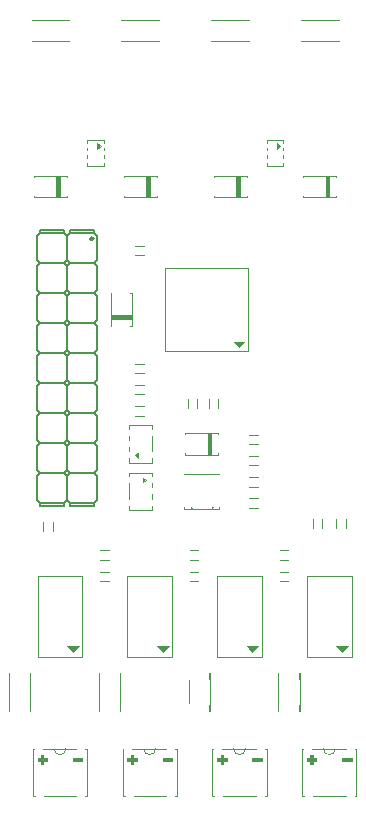
<source format=gbo>
G04 #@! TF.GenerationSoftware,KiCad,Pcbnew,(5.1.9)-1*
G04 #@! TF.CreationDate,2023-02-03T00:57:47+01:00*
G04 #@! TF.ProjectId,Base,42617365-2e6b-4696-9361-645f70636258,rev?*
G04 #@! TF.SameCoordinates,Original*
G04 #@! TF.FileFunction,Legend,Bot*
G04 #@! TF.FilePolarity,Positive*
%FSLAX46Y46*%
G04 Gerber Fmt 4.6, Leading zero omitted, Abs format (unit mm)*
G04 Created by KiCad (PCBNEW (5.1.9)-1) date 2023-02-03 00:57:47*
%MOMM*%
%LPD*%
G01*
G04 APERTURE LIST*
%ADD10C,0.100000*%
%ADD11C,0.120000*%
%ADD12C,0.060000*%
%ADD13C,0.080000*%
%ADD14C,0.150000*%
%ADD15C,0.260000*%
%ADD16C,0.050000*%
%ADD17R,0.800000X2.200000*%
%ADD18R,1.000000X0.700000*%
%ADD19R,1.200000X0.550000*%
%ADD20C,1.600000*%
%ADD21C,0.600000*%
%ADD22C,2.000000*%
%ADD23C,2.200000*%
%ADD24R,1.200000X1.700000*%
%ADD25R,1.700000X1.200000*%
%ADD26R,0.700000X1.000000*%
%ADD27R,1.200000X1.600000*%
%ADD28R,1.300000X0.250000*%
%ADD29R,0.250000X1.300000*%
%ADD30C,2.100000*%
%ADD31C,2.500000*%
%ADD32R,0.900000X0.350000*%
%ADD33R,1.300000X2.800000*%
%ADD34R,0.800000X1.800000*%
%ADD35C,1.500000*%
%ADD36R,1.600000X1.200000*%
G04 APERTURE END LIST*
D10*
G36*
X35200000Y-80500000D02*
G01*
X35700000Y-81000000D01*
X36200000Y-80500000D01*
X35200000Y-80500000D01*
G37*
X35200000Y-80500000D02*
X35700000Y-81000000D01*
X36200000Y-80500000D01*
X35200000Y-80500000D01*
D11*
X32700000Y-81400000D02*
X32700000Y-74600000D01*
X36500000Y-74600000D02*
X32700000Y-74600000D01*
X36500000Y-81400000D02*
X36500000Y-74600000D01*
X36500000Y-81400000D02*
X32700000Y-81400000D01*
D12*
X18000000Y-70900000D02*
X18800000Y-70900000D01*
X18800000Y-71200000D02*
X18000000Y-71200000D01*
X18800000Y-71150000D02*
X18000000Y-71150000D01*
X18000000Y-70950000D02*
X18800000Y-70950000D01*
X18000000Y-71000000D02*
X18800000Y-71000000D01*
X18800000Y-71050000D02*
X18000000Y-71050000D01*
X18000000Y-71100000D02*
X18800000Y-71100000D01*
X18000000Y-69800000D02*
X18800000Y-69800000D01*
X18800000Y-69750000D02*
X18000000Y-69750000D01*
X18000000Y-69700000D02*
X18800000Y-69700000D01*
X18000000Y-69650000D02*
X18800000Y-69650000D01*
X18800000Y-69850000D02*
X18000000Y-69850000D01*
X18800000Y-70900000D02*
X18000000Y-70900000D01*
X18800000Y-69900000D02*
X18000000Y-69900000D01*
X18000000Y-71200000D02*
X18000000Y-69600000D01*
X18000000Y-69600000D02*
X18800000Y-69600000D01*
X18800000Y-69600000D02*
X18800000Y-71200000D01*
X18800000Y-71200000D02*
X18000000Y-71200000D01*
D10*
G36*
X26400000Y-66650000D02*
G01*
X26650000Y-66447500D01*
X26400000Y-66250000D01*
X26400000Y-66650000D01*
G37*
X26400000Y-66650000D02*
X26650000Y-66447500D01*
X26400000Y-66250000D01*
X26400000Y-66650000D01*
D13*
X25311000Y-65812500D02*
X25247500Y-65812500D01*
X27152500Y-65812500D02*
X25311000Y-65812500D01*
X27152500Y-68987500D02*
X27152500Y-65812500D01*
X25247500Y-68987500D02*
X27152500Y-68987500D01*
X25247500Y-65812500D02*
X25247500Y-68987500D01*
D14*
X19746000Y-65890000D02*
X20000000Y-66144000D01*
X17714000Y-68430000D02*
X19746000Y-68430000D01*
X17714000Y-55730000D02*
X19746000Y-55730000D01*
X19746000Y-45570000D02*
X17714000Y-45570000D01*
X20000000Y-50396000D02*
X19746000Y-50650000D01*
X19746000Y-50650000D02*
X17714000Y-50650000D01*
X17460000Y-52936000D02*
X17460000Y-50904000D01*
X20000000Y-58016000D02*
X19746000Y-58270000D01*
X17460000Y-66144000D02*
X17714000Y-65890000D01*
X19746000Y-53190000D02*
X20000000Y-53444000D01*
X20000000Y-68176000D02*
X19746000Y-68430000D01*
X19746000Y-68684000D02*
X17714000Y-68684000D01*
X17714000Y-45316000D02*
X17714000Y-45570000D01*
X17460000Y-68176000D02*
X17460000Y-66144000D01*
X19746000Y-50650000D02*
X20000000Y-50904000D01*
X17460000Y-47856000D02*
X17714000Y-48110000D01*
X17714000Y-58270000D02*
X17460000Y-58016000D01*
X19746000Y-45570000D02*
X19746000Y-45316000D01*
X19746000Y-48110000D02*
X20000000Y-48364000D01*
X17714000Y-68430000D02*
X17460000Y-68176000D01*
X19746000Y-45316000D02*
X17714000Y-45316000D01*
X17714000Y-48110000D02*
X19746000Y-48110000D01*
X17460000Y-55476000D02*
X17460000Y-53444000D01*
X17460000Y-45824000D02*
X17460000Y-47856000D01*
X17460000Y-50904000D02*
X17714000Y-50650000D01*
X17714000Y-50650000D02*
X17460000Y-50396000D01*
X17714000Y-65890000D02*
X19746000Y-65890000D01*
X19746000Y-68430000D02*
X19746000Y-68684000D01*
X17460000Y-50396000D02*
X17460000Y-48364000D01*
X17714000Y-53190000D02*
X19746000Y-53190000D01*
X19746000Y-55730000D02*
X20000000Y-55984000D01*
X20000000Y-45824000D02*
X19746000Y-45570000D01*
X17460000Y-48364000D02*
X17714000Y-48110000D01*
X17714000Y-53190000D02*
X17460000Y-52936000D01*
X20000000Y-55476000D02*
X19746000Y-55730000D01*
X17460000Y-55984000D02*
X17714000Y-55730000D01*
X20000000Y-47856000D02*
X19746000Y-48110000D01*
X17714000Y-55730000D02*
X17460000Y-55476000D01*
X17460000Y-58016000D02*
X17460000Y-55984000D01*
X17714000Y-58270000D02*
X19746000Y-58270000D01*
X20000000Y-65636000D02*
X19746000Y-65890000D01*
X17714000Y-45570000D02*
X17460000Y-45824000D01*
X20000000Y-52936000D02*
X19746000Y-53190000D01*
X17460000Y-53444000D02*
X17714000Y-53190000D01*
X17714000Y-65890000D02*
X17460000Y-65636000D01*
X17714000Y-68684000D02*
X17714000Y-68430000D01*
X17460000Y-65636000D02*
X17460000Y-63604000D01*
X17714000Y-60810000D02*
X19746000Y-60810000D01*
X17460000Y-58524000D02*
X17714000Y-58270000D01*
X17714000Y-60810000D02*
X17460000Y-60556000D01*
X17714000Y-63350000D02*
X19746000Y-63350000D01*
X20000000Y-60556000D02*
X19746000Y-60810000D01*
X20000000Y-63096000D02*
X19746000Y-63350000D01*
X19746000Y-63350000D02*
X20000000Y-63604000D01*
X17460000Y-60556000D02*
X17460000Y-58524000D01*
X19746000Y-58270000D02*
X20000000Y-58524000D01*
X17460000Y-61064000D02*
X17714000Y-60810000D01*
X17460000Y-63096000D02*
X17460000Y-61064000D01*
X17714000Y-63350000D02*
X17460000Y-63096000D01*
X19746000Y-60810000D02*
X20000000Y-61064000D01*
X17460000Y-63604000D02*
X17714000Y-63350000D01*
D15*
X22222500Y-46014500D02*
G75*
G03*
X22222500Y-46014500I-127000J0D01*
G01*
D14*
X22286000Y-65890000D02*
X22540000Y-66144000D01*
X20000000Y-66144000D02*
X20254000Y-65890000D01*
X22540000Y-68176000D02*
X22286000Y-68430000D01*
X20254000Y-65890000D02*
X20000000Y-65636000D01*
X22540000Y-65636000D02*
X22286000Y-65890000D01*
X20254000Y-68684000D02*
X20254000Y-68430000D01*
X20254000Y-68430000D02*
X22286000Y-68430000D01*
X22286000Y-68684000D02*
X20254000Y-68684000D01*
X22540000Y-66144000D02*
X22540000Y-68176000D01*
X20254000Y-68430000D02*
X20000000Y-68176000D01*
X20254000Y-65890000D02*
X22286000Y-65890000D01*
X22286000Y-68430000D02*
X22286000Y-68684000D01*
X20000000Y-68176000D02*
X20000000Y-66144000D01*
X22540000Y-45824000D02*
X22286000Y-45570000D01*
X22540000Y-47856000D02*
X22286000Y-48110000D01*
X22540000Y-45824000D02*
X22540000Y-47856000D01*
X22286000Y-45570000D02*
X20254000Y-45570000D01*
X20000000Y-45824000D02*
X20000000Y-47856000D01*
X20254000Y-45570000D02*
X20000000Y-45824000D01*
X20254000Y-48110000D02*
X22286000Y-48110000D01*
X20000000Y-47856000D02*
X20254000Y-48110000D01*
X20000000Y-48364000D02*
X20254000Y-48110000D01*
X20000000Y-50396000D02*
X20000000Y-48364000D01*
X22540000Y-48364000D02*
X22540000Y-50396000D01*
X22286000Y-48110000D02*
X22540000Y-48364000D01*
X20254000Y-45316000D02*
X20254000Y-45570000D01*
X22286000Y-45316000D02*
X20254000Y-45316000D01*
X22286000Y-45570000D02*
X22286000Y-45316000D01*
X22540000Y-50396000D02*
X22286000Y-50650000D01*
X20254000Y-50650000D02*
X20000000Y-50396000D01*
X22286000Y-50650000D02*
X20254000Y-50650000D01*
X20254000Y-53190000D02*
X22286000Y-53190000D01*
X20000000Y-50904000D02*
X20254000Y-50650000D01*
X20000000Y-52936000D02*
X20000000Y-50904000D01*
X20254000Y-53190000D02*
X20000000Y-52936000D01*
X22540000Y-52936000D02*
X22286000Y-53190000D01*
X22540000Y-50904000D02*
X22540000Y-52936000D01*
X22286000Y-50650000D02*
X22540000Y-50904000D01*
X20254000Y-55730000D02*
X22286000Y-55730000D01*
X20000000Y-53444000D02*
X20254000Y-53190000D01*
X20000000Y-55476000D02*
X20000000Y-53444000D01*
X20254000Y-55730000D02*
X20000000Y-55476000D01*
X22540000Y-55476000D02*
X22286000Y-55730000D01*
X22540000Y-53444000D02*
X22540000Y-55476000D01*
X22286000Y-53190000D02*
X22540000Y-53444000D01*
X20254000Y-58270000D02*
X22286000Y-58270000D01*
X20000000Y-55984000D02*
X20254000Y-55730000D01*
X20000000Y-58016000D02*
X20000000Y-55984000D01*
X20254000Y-58270000D02*
X20000000Y-58016000D01*
X22540000Y-58016000D02*
X22286000Y-58270000D01*
X22540000Y-55984000D02*
X22540000Y-58016000D01*
X22286000Y-55730000D02*
X22540000Y-55984000D01*
X20254000Y-60810000D02*
X22286000Y-60810000D01*
X20000000Y-58524000D02*
X20254000Y-58270000D01*
X20000000Y-60556000D02*
X20000000Y-58524000D01*
X20254000Y-60810000D02*
X20000000Y-60556000D01*
X22540000Y-60556000D02*
X22286000Y-60810000D01*
X22540000Y-58524000D02*
X22540000Y-60556000D01*
X22286000Y-58270000D02*
X22540000Y-58524000D01*
X20254000Y-63350000D02*
X22286000Y-63350000D01*
X20000000Y-61064000D02*
X20254000Y-60810000D01*
X20000000Y-63096000D02*
X20000000Y-61064000D01*
X20254000Y-63350000D02*
X20000000Y-63096000D01*
X22540000Y-63096000D02*
X22286000Y-63350000D01*
X22540000Y-61064000D02*
X22540000Y-63096000D01*
X22286000Y-60810000D02*
X22540000Y-61064000D01*
X20000000Y-63604000D02*
X20254000Y-63350000D01*
X20000000Y-65636000D02*
X20000000Y-63604000D01*
X22540000Y-63604000D02*
X22540000Y-65636000D01*
X22286000Y-63350000D02*
X22540000Y-63604000D01*
D13*
G36*
X17000000Y-29300000D02*
G01*
X17500000Y-29300000D01*
X17500000Y-27500000D01*
X17000000Y-27500000D01*
X17000000Y-29300000D01*
G37*
X17000000Y-29300000D02*
X17500000Y-29300000D01*
X17500000Y-27500000D01*
X17000000Y-27500000D01*
X17000000Y-29300000D01*
X17500000Y-29300000D02*
X17500000Y-27500000D01*
G36*
X19700000Y-29300000D02*
G01*
X20200000Y-29300000D01*
X20200000Y-27500000D01*
X19700000Y-27500000D01*
X19700000Y-29300000D01*
G37*
X19700000Y-29300000D02*
X20200000Y-29300000D01*
X20200000Y-27500000D01*
X19700000Y-27500000D01*
X19700000Y-29300000D01*
X17000000Y-29300000D02*
X17000000Y-27500000D01*
X20200000Y-29300000D02*
X20200000Y-27500000D01*
X20200000Y-27500000D02*
X17000000Y-27500000D01*
X20200000Y-29300000D02*
X17000000Y-29300000D01*
G36*
X24600000Y-29300000D02*
G01*
X25100000Y-29300000D01*
X25100000Y-27500000D01*
X24600000Y-27500000D01*
X24600000Y-29300000D01*
G37*
X24600000Y-29300000D02*
X25100000Y-29300000D01*
X25100000Y-27500000D01*
X24600000Y-27500000D01*
X24600000Y-29300000D01*
X25100000Y-29300000D02*
X25100000Y-27500000D01*
G36*
X27300000Y-29300000D02*
G01*
X27800000Y-29300000D01*
X27800000Y-27500000D01*
X27300000Y-27500000D01*
X27300000Y-29300000D01*
G37*
X27300000Y-29300000D02*
X27800000Y-29300000D01*
X27800000Y-27500000D01*
X27300000Y-27500000D01*
X27300000Y-29300000D01*
X24600000Y-29300000D02*
X24600000Y-27500000D01*
X27800000Y-29300000D02*
X27800000Y-27500000D01*
X27800000Y-27500000D02*
X24600000Y-27500000D01*
X27800000Y-29300000D02*
X24600000Y-29300000D01*
G36*
X32200000Y-29300000D02*
G01*
X32700000Y-29300000D01*
X32700000Y-27500000D01*
X32200000Y-27500000D01*
X32200000Y-29300000D01*
G37*
X32200000Y-29300000D02*
X32700000Y-29300000D01*
X32700000Y-27500000D01*
X32200000Y-27500000D01*
X32200000Y-29300000D01*
X32700000Y-29300000D02*
X32700000Y-27500000D01*
G36*
X34900000Y-29300000D02*
G01*
X35400000Y-29300000D01*
X35400000Y-27500000D01*
X34900000Y-27500000D01*
X34900000Y-29300000D01*
G37*
X34900000Y-29300000D02*
X35400000Y-29300000D01*
X35400000Y-27500000D01*
X34900000Y-27500000D01*
X34900000Y-29300000D01*
X32200000Y-29300000D02*
X32200000Y-27500000D01*
X35400000Y-29300000D02*
X35400000Y-27500000D01*
X35400000Y-27500000D02*
X32200000Y-27500000D01*
X35400000Y-29300000D02*
X32200000Y-29300000D01*
G36*
X39800000Y-29300000D02*
G01*
X40300000Y-29300000D01*
X40300000Y-27500000D01*
X39800000Y-27500000D01*
X39800000Y-29300000D01*
G37*
X39800000Y-29300000D02*
X40300000Y-29300000D01*
X40300000Y-27500000D01*
X39800000Y-27500000D01*
X39800000Y-29300000D01*
X40300000Y-29300000D02*
X40300000Y-27500000D01*
G36*
X42500000Y-29300000D02*
G01*
X43000000Y-29300000D01*
X43000000Y-27500000D01*
X42500000Y-27500000D01*
X42500000Y-29300000D01*
G37*
X42500000Y-29300000D02*
X43000000Y-29300000D01*
X43000000Y-27500000D01*
X42500000Y-27500000D01*
X42500000Y-29300000D01*
X39800000Y-29300000D02*
X39800000Y-27500000D01*
X43000000Y-29300000D02*
X43000000Y-27500000D01*
X43000000Y-27500000D02*
X39800000Y-27500000D01*
X43000000Y-29300000D02*
X39800000Y-29300000D01*
G36*
X16900000Y-86000000D02*
G01*
X16900000Y-85500000D01*
X15100000Y-85500000D01*
X15100000Y-86000000D01*
X16900000Y-86000000D01*
G37*
X16900000Y-86000000D02*
X16900000Y-85500000D01*
X15100000Y-85500000D01*
X15100000Y-86000000D01*
X16900000Y-86000000D01*
X16900000Y-85500000D02*
X15100000Y-85500000D01*
G36*
X16900000Y-83300000D02*
G01*
X16900000Y-82800000D01*
X15100000Y-82800000D01*
X15100000Y-83300000D01*
X16900000Y-83300000D01*
G37*
X16900000Y-83300000D02*
X16900000Y-82800000D01*
X15100000Y-82800000D01*
X15100000Y-83300000D01*
X16900000Y-83300000D01*
X16900000Y-86000000D02*
X15100000Y-86000000D01*
X16900000Y-82800000D02*
X15100000Y-82800000D01*
X15100000Y-82800000D02*
X15100000Y-86000000D01*
X16900000Y-82800000D02*
X16900000Y-86000000D01*
G36*
X24500000Y-86000000D02*
G01*
X24500000Y-85500000D01*
X22700000Y-85500000D01*
X22700000Y-86000000D01*
X24500000Y-86000000D01*
G37*
X24500000Y-86000000D02*
X24500000Y-85500000D01*
X22700000Y-85500000D01*
X22700000Y-86000000D01*
X24500000Y-86000000D01*
X24500000Y-85500000D02*
X22700000Y-85500000D01*
G36*
X24500000Y-83300000D02*
G01*
X24500000Y-82800000D01*
X22700000Y-82800000D01*
X22700000Y-83300000D01*
X24500000Y-83300000D01*
G37*
X24500000Y-83300000D02*
X24500000Y-82800000D01*
X22700000Y-82800000D01*
X22700000Y-83300000D01*
X24500000Y-83300000D01*
X24500000Y-86000000D02*
X22700000Y-86000000D01*
X24500000Y-82800000D02*
X22700000Y-82800000D01*
X22700000Y-82800000D02*
X22700000Y-86000000D01*
X24500000Y-82800000D02*
X24500000Y-86000000D01*
G36*
X32100000Y-86000000D02*
G01*
X32100000Y-85500000D01*
X30300000Y-85500000D01*
X30300000Y-86000000D01*
X32100000Y-86000000D01*
G37*
X32100000Y-86000000D02*
X32100000Y-85500000D01*
X30300000Y-85500000D01*
X30300000Y-86000000D01*
X32100000Y-86000000D01*
X32100000Y-85500000D02*
X30300000Y-85500000D01*
G36*
X32100000Y-83300000D02*
G01*
X32100000Y-82800000D01*
X30300000Y-82800000D01*
X30300000Y-83300000D01*
X32100000Y-83300000D01*
G37*
X32100000Y-83300000D02*
X32100000Y-82800000D01*
X30300000Y-82800000D01*
X30300000Y-83300000D01*
X32100000Y-83300000D01*
X32100000Y-86000000D02*
X30300000Y-86000000D01*
X32100000Y-82800000D02*
X30300000Y-82800000D01*
X30300000Y-82800000D02*
X30300000Y-86000000D01*
X32100000Y-82800000D02*
X32100000Y-86000000D01*
G36*
X39700000Y-86000000D02*
G01*
X39700000Y-85500000D01*
X37900000Y-85500000D01*
X37900000Y-86000000D01*
X39700000Y-86000000D01*
G37*
X39700000Y-86000000D02*
X39700000Y-85500000D01*
X37900000Y-85500000D01*
X37900000Y-86000000D01*
X39700000Y-86000000D01*
X39700000Y-85500000D02*
X37900000Y-85500000D01*
G36*
X39700000Y-83300000D02*
G01*
X39700000Y-82800000D01*
X37900000Y-82800000D01*
X37900000Y-83300000D01*
X39700000Y-83300000D01*
G37*
X39700000Y-83300000D02*
X39700000Y-82800000D01*
X37900000Y-82800000D01*
X37900000Y-83300000D01*
X39700000Y-83300000D01*
X39700000Y-86000000D02*
X37900000Y-86000000D01*
X39700000Y-82800000D02*
X37900000Y-82800000D01*
X37900000Y-82800000D02*
X37900000Y-86000000D01*
X39700000Y-82800000D02*
X39700000Y-86000000D01*
D12*
X22700000Y-72400000D02*
X22700000Y-73200000D01*
X22400000Y-73200000D02*
X22400000Y-72400000D01*
X22450000Y-73200000D02*
X22450000Y-72400000D01*
X22650000Y-72400000D02*
X22650000Y-73200000D01*
X22600000Y-72400000D02*
X22600000Y-73200000D01*
X22550000Y-73200000D02*
X22550000Y-72400000D01*
X22500000Y-72400000D02*
X22500000Y-73200000D01*
X23800000Y-72400000D02*
X23800000Y-73200000D01*
X23850000Y-73200000D02*
X23850000Y-72400000D01*
X23900000Y-72400000D02*
X23900000Y-73200000D01*
X23950000Y-72400000D02*
X23950000Y-73200000D01*
X23750000Y-73200000D02*
X23750000Y-72400000D01*
X22700000Y-73200000D02*
X22700000Y-72400000D01*
X23700000Y-73200000D02*
X23700000Y-72400000D01*
X22400000Y-72400000D02*
X24000000Y-72400000D01*
X24000000Y-72400000D02*
X24000000Y-73200000D01*
X24000000Y-73200000D02*
X22400000Y-73200000D01*
X22400000Y-73200000D02*
X22400000Y-72400000D01*
X30300000Y-72400000D02*
X30300000Y-73200000D01*
X30000000Y-73200000D02*
X30000000Y-72400000D01*
X30050000Y-73200000D02*
X30050000Y-72400000D01*
X30250000Y-72400000D02*
X30250000Y-73200000D01*
X30200000Y-72400000D02*
X30200000Y-73200000D01*
X30150000Y-73200000D02*
X30150000Y-72400000D01*
X30100000Y-72400000D02*
X30100000Y-73200000D01*
X31400000Y-72400000D02*
X31400000Y-73200000D01*
X31450000Y-73200000D02*
X31450000Y-72400000D01*
X31500000Y-72400000D02*
X31500000Y-73200000D01*
X31550000Y-72400000D02*
X31550000Y-73200000D01*
X31350000Y-73200000D02*
X31350000Y-72400000D01*
X30300000Y-73200000D02*
X30300000Y-72400000D01*
X31300000Y-73200000D02*
X31300000Y-72400000D01*
X30000000Y-72400000D02*
X31600000Y-72400000D01*
X31600000Y-72400000D02*
X31600000Y-73200000D01*
X31600000Y-73200000D02*
X30000000Y-73200000D01*
X30000000Y-73200000D02*
X30000000Y-72400000D01*
X37900000Y-72400000D02*
X37900000Y-73200000D01*
X37600000Y-73200000D02*
X37600000Y-72400000D01*
X37650000Y-73200000D02*
X37650000Y-72400000D01*
X37850000Y-72400000D02*
X37850000Y-73200000D01*
X37800000Y-72400000D02*
X37800000Y-73200000D01*
X37750000Y-73200000D02*
X37750000Y-72400000D01*
X37700000Y-72400000D02*
X37700000Y-73200000D01*
X39000000Y-72400000D02*
X39000000Y-73200000D01*
X39050000Y-73200000D02*
X39050000Y-72400000D01*
X39100000Y-72400000D02*
X39100000Y-73200000D01*
X39150000Y-72400000D02*
X39150000Y-73200000D01*
X38950000Y-73200000D02*
X38950000Y-72400000D01*
X37900000Y-73200000D02*
X37900000Y-72400000D01*
X38900000Y-73200000D02*
X38900000Y-72400000D01*
X37600000Y-72400000D02*
X39200000Y-72400000D01*
X39200000Y-72400000D02*
X39200000Y-73200000D01*
X39200000Y-73200000D02*
X37600000Y-73200000D01*
X37600000Y-73200000D02*
X37600000Y-72400000D01*
X40800000Y-70700000D02*
X41600000Y-70700000D01*
X41600000Y-71000000D02*
X40800000Y-71000000D01*
X41600000Y-70950000D02*
X40800000Y-70950000D01*
X40800000Y-70750000D02*
X41600000Y-70750000D01*
X40800000Y-70800000D02*
X41600000Y-70800000D01*
X41600000Y-70850000D02*
X40800000Y-70850000D01*
X40800000Y-70900000D02*
X41600000Y-70900000D01*
X40800000Y-69600000D02*
X41600000Y-69600000D01*
X41600000Y-69550000D02*
X40800000Y-69550000D01*
X40800000Y-69500000D02*
X41600000Y-69500000D01*
X40800000Y-69450000D02*
X41600000Y-69450000D01*
X41600000Y-69650000D02*
X40800000Y-69650000D01*
X41600000Y-70700000D02*
X40800000Y-70700000D01*
X41600000Y-69700000D02*
X40800000Y-69700000D01*
X40800000Y-71000000D02*
X40800000Y-69400000D01*
X40800000Y-69400000D02*
X41600000Y-69400000D01*
X41600000Y-69400000D02*
X41600000Y-71000000D01*
X41600000Y-71000000D02*
X40800000Y-71000000D01*
X32000000Y-60500000D02*
X32800000Y-60500000D01*
X32800000Y-60800000D02*
X32000000Y-60800000D01*
X32800000Y-60750000D02*
X32000000Y-60750000D01*
X32000000Y-60550000D02*
X32800000Y-60550000D01*
X32000000Y-60600000D02*
X32800000Y-60600000D01*
X32800000Y-60650000D02*
X32000000Y-60650000D01*
X32000000Y-60700000D02*
X32800000Y-60700000D01*
X32000000Y-59400000D02*
X32800000Y-59400000D01*
X32800000Y-59350000D02*
X32000000Y-59350000D01*
X32000000Y-59300000D02*
X32800000Y-59300000D01*
X32000000Y-59250000D02*
X32800000Y-59250000D01*
X32800000Y-59450000D02*
X32000000Y-59450000D01*
X32800000Y-60500000D02*
X32000000Y-60500000D01*
X32800000Y-59500000D02*
X32000000Y-59500000D01*
X32000000Y-60800000D02*
X32000000Y-59200000D01*
X32000000Y-59200000D02*
X32800000Y-59200000D01*
X32800000Y-59200000D02*
X32800000Y-60800000D01*
X32800000Y-60800000D02*
X32000000Y-60800000D01*
D10*
G36*
X19400000Y-40700000D02*
G01*
X19400000Y-42500000D01*
X19100000Y-42500000D01*
X19100000Y-40700000D01*
X19400000Y-40700000D01*
G37*
X19400000Y-40700000D02*
X19400000Y-42500000D01*
X19100000Y-42500000D01*
X19100000Y-40700000D01*
X19400000Y-40700000D01*
X20000000Y-40700000D02*
X17200000Y-40700000D01*
X20000000Y-42500000D02*
X20000000Y-40700000D01*
X17200000Y-42500000D02*
X20000000Y-42500000D01*
X17200000Y-40700000D02*
X17200000Y-42500000D01*
G36*
X27000000Y-40700000D02*
G01*
X27000000Y-42500000D01*
X26700000Y-42500000D01*
X26700000Y-40700000D01*
X27000000Y-40700000D01*
G37*
X27000000Y-40700000D02*
X27000000Y-42500000D01*
X26700000Y-42500000D01*
X26700000Y-40700000D01*
X27000000Y-40700000D01*
X27600000Y-40700000D02*
X24800000Y-40700000D01*
X27600000Y-42500000D02*
X27600000Y-40700000D01*
X24800000Y-42500000D02*
X27600000Y-42500000D01*
X24800000Y-40700000D02*
X24800000Y-42500000D01*
G36*
X34600000Y-40700000D02*
G01*
X34600000Y-42500000D01*
X34300000Y-42500000D01*
X34300000Y-40700000D01*
X34600000Y-40700000D01*
G37*
X34600000Y-40700000D02*
X34600000Y-42500000D01*
X34300000Y-42500000D01*
X34300000Y-40700000D01*
X34600000Y-40700000D01*
X35200000Y-40700000D02*
X32400000Y-40700000D01*
X35200000Y-42500000D02*
X35200000Y-40700000D01*
X32400000Y-42500000D02*
X35200000Y-42500000D01*
X32400000Y-40700000D02*
X32400000Y-42500000D01*
G36*
X42200000Y-40700000D02*
G01*
X42200000Y-42500000D01*
X41900000Y-42500000D01*
X41900000Y-40700000D01*
X42200000Y-40700000D01*
G37*
X42200000Y-40700000D02*
X42200000Y-42500000D01*
X41900000Y-42500000D01*
X41900000Y-40700000D01*
X42200000Y-40700000D01*
X42800000Y-40700000D02*
X40000000Y-40700000D01*
X42800000Y-42500000D02*
X42800000Y-40700000D01*
X40000000Y-42500000D02*
X42800000Y-42500000D01*
X40000000Y-40700000D02*
X40000000Y-42500000D01*
G36*
X20000000Y-80500000D02*
G01*
X20500000Y-81000000D01*
X21000000Y-80500000D01*
X20000000Y-80500000D01*
G37*
X20000000Y-80500000D02*
X20500000Y-81000000D01*
X21000000Y-80500000D01*
X20000000Y-80500000D01*
D11*
X17500000Y-81400000D02*
X17500000Y-74600000D01*
X21300000Y-74600000D02*
X17500000Y-74600000D01*
X21300000Y-81400000D02*
X21300000Y-74600000D01*
X21300000Y-81400000D02*
X17500000Y-81400000D01*
D10*
G36*
X27600000Y-80500000D02*
G01*
X28100000Y-81000000D01*
X28600000Y-80500000D01*
X27600000Y-80500000D01*
G37*
X27600000Y-80500000D02*
X28100000Y-81000000D01*
X28600000Y-80500000D01*
X27600000Y-80500000D01*
D11*
X25100000Y-81400000D02*
X25100000Y-74600000D01*
X28900000Y-74600000D02*
X25100000Y-74600000D01*
X28900000Y-81400000D02*
X28900000Y-74600000D01*
X28900000Y-81400000D02*
X25100000Y-81400000D01*
D10*
G36*
X42800000Y-80500000D02*
G01*
X43300000Y-81000000D01*
X43800000Y-80500000D01*
X42800000Y-80500000D01*
G37*
X42800000Y-80500000D02*
X43300000Y-81000000D01*
X43800000Y-80500000D01*
X42800000Y-80500000D01*
D11*
X40300000Y-81400000D02*
X40300000Y-74600000D01*
X44100000Y-74600000D02*
X40300000Y-74600000D01*
X44100000Y-81400000D02*
X44100000Y-74600000D01*
X44100000Y-81400000D02*
X40300000Y-81400000D01*
X28300000Y-48500000D02*
X35300000Y-48500000D01*
X35300000Y-48500000D02*
X35300000Y-55500000D01*
X35300000Y-55500000D02*
X28300000Y-55500000D01*
X28300000Y-55500000D02*
X28300000Y-48500000D01*
D10*
G36*
X34150000Y-54800000D02*
G01*
X34550000Y-55200000D01*
X34950000Y-54800000D01*
X34150000Y-54800000D01*
G37*
X34150000Y-54800000D02*
X34550000Y-55200000D01*
X34950000Y-54800000D01*
X34150000Y-54800000D01*
G36*
X26000000Y-64150000D02*
G01*
X25750000Y-64352500D01*
X26000000Y-64550000D01*
X26000000Y-64150000D01*
G37*
X26000000Y-64150000D02*
X25750000Y-64352500D01*
X26000000Y-64550000D01*
X26000000Y-64150000D01*
D13*
X27089000Y-64987500D02*
X27152500Y-64987500D01*
X25247500Y-64987500D02*
X27089000Y-64987500D01*
X25247500Y-61812500D02*
X25247500Y-64987500D01*
X27152500Y-61812500D02*
X25247500Y-61812500D01*
X27152500Y-64987500D02*
X27152500Y-61812500D01*
D12*
X23700000Y-75000000D02*
X22700000Y-75000000D01*
X22700000Y-74200000D02*
X23700000Y-74200000D01*
G36*
X22700000Y-74200000D02*
G01*
X22400000Y-74200000D01*
X22400000Y-75000000D01*
X22700000Y-75000000D01*
X22700000Y-74200000D01*
G37*
X22700000Y-74200000D02*
X22400000Y-74200000D01*
X22400000Y-75000000D01*
X22700000Y-75000000D01*
X22700000Y-74200000D01*
G36*
X24000000Y-74200000D02*
G01*
X23700000Y-74200000D01*
X23700000Y-75000000D01*
X24000000Y-75000000D01*
X24000000Y-74200000D01*
G37*
X24000000Y-74200000D02*
X23700000Y-74200000D01*
X23700000Y-75000000D01*
X24000000Y-75000000D01*
X24000000Y-74200000D01*
X31300000Y-75000000D02*
X30300000Y-75000000D01*
X30300000Y-74200000D02*
X31300000Y-74200000D01*
G36*
X30300000Y-74200000D02*
G01*
X30000000Y-74200000D01*
X30000000Y-75000000D01*
X30300000Y-75000000D01*
X30300000Y-74200000D01*
G37*
X30300000Y-74200000D02*
X30000000Y-74200000D01*
X30000000Y-75000000D01*
X30300000Y-75000000D01*
X30300000Y-74200000D01*
G36*
X31600000Y-74200000D02*
G01*
X31300000Y-74200000D01*
X31300000Y-75000000D01*
X31600000Y-75000000D01*
X31600000Y-74200000D01*
G37*
X31600000Y-74200000D02*
X31300000Y-74200000D01*
X31300000Y-75000000D01*
X31600000Y-75000000D01*
X31600000Y-74200000D01*
X38900000Y-75000000D02*
X37900000Y-75000000D01*
X37900000Y-74200000D02*
X38900000Y-74200000D01*
G36*
X37900000Y-74200000D02*
G01*
X37600000Y-74200000D01*
X37600000Y-75000000D01*
X37900000Y-75000000D01*
X37900000Y-74200000D01*
G37*
X37900000Y-74200000D02*
X37600000Y-74200000D01*
X37600000Y-75000000D01*
X37900000Y-75000000D01*
X37900000Y-74200000D01*
G36*
X39200000Y-74200000D02*
G01*
X38900000Y-74200000D01*
X38900000Y-75000000D01*
X39200000Y-75000000D01*
X39200000Y-74200000D01*
G37*
X39200000Y-74200000D02*
X38900000Y-74200000D01*
X38900000Y-75000000D01*
X39200000Y-75000000D01*
X39200000Y-74200000D01*
X43600000Y-69700000D02*
X43600000Y-70700000D01*
X42800000Y-70700000D02*
X42800000Y-69700000D01*
G36*
X42800000Y-70700000D02*
G01*
X42800000Y-71000000D01*
X43600000Y-71000000D01*
X43600000Y-70700000D01*
X42800000Y-70700000D01*
G37*
X42800000Y-70700000D02*
X42800000Y-71000000D01*
X43600000Y-71000000D01*
X43600000Y-70700000D01*
X42800000Y-70700000D01*
G36*
X42800000Y-69400000D02*
G01*
X42800000Y-69700000D01*
X43600000Y-69700000D01*
X43600000Y-69400000D01*
X42800000Y-69400000D01*
G37*
X42800000Y-69400000D02*
X42800000Y-69700000D01*
X43600000Y-69700000D01*
X43600000Y-69400000D01*
X42800000Y-69400000D01*
D16*
G36*
X22550000Y-38400000D02*
G01*
X22850000Y-38150000D01*
X22550000Y-37900000D01*
X22550000Y-38400000D01*
G37*
X22550000Y-38400000D02*
X22850000Y-38150000D01*
X22550000Y-37900000D01*
X22550000Y-38400000D01*
D13*
X21700000Y-39900000D02*
X23100000Y-39900000D01*
X21700000Y-37700000D02*
X21700000Y-39900000D01*
X23100000Y-37700000D02*
X21700000Y-37700000D01*
X23100000Y-39900000D02*
X23100000Y-37700000D01*
D16*
G36*
X37750000Y-38400000D02*
G01*
X38050000Y-38150000D01*
X37750000Y-37900000D01*
X37750000Y-38400000D01*
G37*
X37750000Y-38400000D02*
X38050000Y-38150000D01*
X37750000Y-37900000D01*
X37750000Y-38400000D01*
D13*
X36900000Y-39900000D02*
X38300000Y-39900000D01*
X36900000Y-37700000D02*
X36900000Y-39900000D01*
X38300000Y-37700000D02*
X36900000Y-37700000D01*
X38300000Y-39900000D02*
X38300000Y-37700000D01*
D12*
X31000000Y-59500000D02*
X30200000Y-59500000D01*
X30200000Y-59200000D02*
X31000000Y-59200000D01*
X30200000Y-59250000D02*
X31000000Y-59250000D01*
X31000000Y-59450000D02*
X30200000Y-59450000D01*
X31000000Y-59400000D02*
X30200000Y-59400000D01*
X30200000Y-59350000D02*
X31000000Y-59350000D01*
X31000000Y-59300000D02*
X30200000Y-59300000D01*
X31000000Y-60600000D02*
X30200000Y-60600000D01*
X30200000Y-60650000D02*
X31000000Y-60650000D01*
X31000000Y-60700000D02*
X30200000Y-60700000D01*
X31000000Y-60750000D02*
X30200000Y-60750000D01*
X30200000Y-60550000D02*
X31000000Y-60550000D01*
X30200000Y-59500000D02*
X31000000Y-59500000D01*
X30200000Y-60500000D02*
X31000000Y-60500000D01*
X31000000Y-59200000D02*
X31000000Y-60800000D01*
X31000000Y-60800000D02*
X30200000Y-60800000D01*
X30200000Y-60800000D02*
X30200000Y-59200000D01*
X30200000Y-59200000D02*
X31000000Y-59200000D01*
X25700000Y-58400000D02*
X25700000Y-59200000D01*
X25400000Y-59200000D02*
X25400000Y-58400000D01*
X25450000Y-59200000D02*
X25450000Y-58400000D01*
X25650000Y-58400000D02*
X25650000Y-59200000D01*
X25600000Y-58400000D02*
X25600000Y-59200000D01*
X25550000Y-59200000D02*
X25550000Y-58400000D01*
X25500000Y-58400000D02*
X25500000Y-59200000D01*
X26800000Y-58400000D02*
X26800000Y-59200000D01*
X26850000Y-59200000D02*
X26850000Y-58400000D01*
X26900000Y-58400000D02*
X26900000Y-59200000D01*
X26950000Y-58400000D02*
X26950000Y-59200000D01*
X26750000Y-59200000D02*
X26750000Y-58400000D01*
X25700000Y-59200000D02*
X25700000Y-58400000D01*
X26700000Y-59200000D02*
X26700000Y-58400000D01*
X25400000Y-58400000D02*
X27000000Y-58400000D01*
X27000000Y-58400000D02*
X27000000Y-59200000D01*
X27000000Y-59200000D02*
X25400000Y-59200000D01*
X25400000Y-59200000D02*
X25400000Y-58400000D01*
X26700000Y-57400000D02*
X26700000Y-56600000D01*
X27000000Y-56600000D02*
X27000000Y-57400000D01*
X26950000Y-56600000D02*
X26950000Y-57400000D01*
X26750000Y-57400000D02*
X26750000Y-56600000D01*
X26800000Y-57400000D02*
X26800000Y-56600000D01*
X26850000Y-56600000D02*
X26850000Y-57400000D01*
X26900000Y-57400000D02*
X26900000Y-56600000D01*
X25600000Y-57400000D02*
X25600000Y-56600000D01*
X25550000Y-56600000D02*
X25550000Y-57400000D01*
X25500000Y-57400000D02*
X25500000Y-56600000D01*
X25450000Y-57400000D02*
X25450000Y-56600000D01*
X25650000Y-56600000D02*
X25650000Y-57400000D01*
X26700000Y-56600000D02*
X26700000Y-57400000D01*
X25700000Y-56600000D02*
X25700000Y-57400000D01*
X27000000Y-57400000D02*
X25400000Y-57400000D01*
X25400000Y-57400000D02*
X25400000Y-56600000D01*
X25400000Y-56600000D02*
X27000000Y-56600000D01*
X27000000Y-56600000D02*
X27000000Y-57400000D01*
X26700000Y-61000000D02*
X26700000Y-60200000D01*
X27000000Y-60200000D02*
X27000000Y-61000000D01*
X26950000Y-60200000D02*
X26950000Y-61000000D01*
X26750000Y-61000000D02*
X26750000Y-60200000D01*
X26800000Y-61000000D02*
X26800000Y-60200000D01*
X26850000Y-60200000D02*
X26850000Y-61000000D01*
X26900000Y-61000000D02*
X26900000Y-60200000D01*
X25600000Y-61000000D02*
X25600000Y-60200000D01*
X25550000Y-60200000D02*
X25550000Y-61000000D01*
X25500000Y-61000000D02*
X25500000Y-60200000D01*
X25450000Y-61000000D02*
X25450000Y-60200000D01*
X25650000Y-60200000D02*
X25650000Y-61000000D01*
X26700000Y-60200000D02*
X26700000Y-61000000D01*
X25700000Y-60200000D02*
X25700000Y-61000000D01*
X27000000Y-61000000D02*
X25400000Y-61000000D01*
X25400000Y-61000000D02*
X25400000Y-60200000D01*
X25400000Y-60200000D02*
X27000000Y-60200000D01*
X27000000Y-60200000D02*
X27000000Y-61000000D01*
X36300000Y-67000000D02*
X36300000Y-66200000D01*
X36600000Y-66200000D02*
X36600000Y-67000000D01*
X36550000Y-66200000D02*
X36550000Y-67000000D01*
X36350000Y-67000000D02*
X36350000Y-66200000D01*
X36400000Y-67000000D02*
X36400000Y-66200000D01*
X36450000Y-66200000D02*
X36450000Y-67000000D01*
X36500000Y-67000000D02*
X36500000Y-66200000D01*
X35200000Y-67000000D02*
X35200000Y-66200000D01*
X35150000Y-66200000D02*
X35150000Y-67000000D01*
X35100000Y-67000000D02*
X35100000Y-66200000D01*
X35050000Y-67000000D02*
X35050000Y-66200000D01*
X35250000Y-66200000D02*
X35250000Y-67000000D01*
X36300000Y-66200000D02*
X36300000Y-67000000D01*
X35300000Y-66200000D02*
X35300000Y-67000000D01*
X36600000Y-67000000D02*
X35000000Y-67000000D01*
X35000000Y-67000000D02*
X35000000Y-66200000D01*
X35000000Y-66200000D02*
X36600000Y-66200000D01*
X36600000Y-66200000D02*
X36600000Y-67000000D01*
D10*
G36*
X32200000Y-62500000D02*
G01*
X32200000Y-64300000D01*
X31900000Y-64300000D01*
X31900000Y-62500000D01*
X32200000Y-62500000D01*
G37*
X32200000Y-62500000D02*
X32200000Y-64300000D01*
X31900000Y-64300000D01*
X31900000Y-62500000D01*
X32200000Y-62500000D01*
X32800000Y-62500000D02*
X30000000Y-62500000D01*
X32800000Y-64300000D02*
X32800000Y-62500000D01*
X30000000Y-64300000D02*
X32800000Y-64300000D01*
X30000000Y-62500000D02*
X30000000Y-64300000D01*
D16*
X30400000Y-68600000D02*
X30600000Y-68900000D01*
X30400000Y-66200000D02*
X30600000Y-65900000D01*
X32400000Y-68600000D02*
X32200000Y-68900000D01*
X30400000Y-68600000D02*
X29900000Y-68600000D01*
X30400000Y-66200000D02*
X29900000Y-66200000D01*
X32900000Y-68600000D02*
X32400000Y-68600000D01*
X32400000Y-66200000D02*
X32200000Y-65900000D01*
X32900000Y-66200000D02*
X32400000Y-66200000D01*
D10*
X32900000Y-65900000D02*
X32900000Y-68900000D01*
X32900000Y-65900000D02*
X29900000Y-65900000D01*
X29900000Y-65900000D02*
X29900000Y-68900000D01*
X29900000Y-68900000D02*
X32900000Y-68900000D01*
D12*
X35300000Y-64400000D02*
X36300000Y-64400000D01*
X36300000Y-65200000D02*
X35300000Y-65200000D01*
G36*
X36300000Y-65200000D02*
G01*
X36600000Y-65200000D01*
X36600000Y-64400000D01*
X36300000Y-64400000D01*
X36300000Y-65200000D01*
G37*
X36300000Y-65200000D02*
X36600000Y-65200000D01*
X36600000Y-64400000D01*
X36300000Y-64400000D01*
X36300000Y-65200000D01*
G36*
X35000000Y-65200000D02*
G01*
X35300000Y-65200000D01*
X35300000Y-64400000D01*
X35000000Y-64400000D01*
X35000000Y-65200000D01*
G37*
X35000000Y-65200000D02*
X35300000Y-65200000D01*
X35300000Y-64400000D01*
X35000000Y-64400000D01*
X35000000Y-65200000D01*
X35300000Y-62600000D02*
X36300000Y-62600000D01*
X36300000Y-63400000D02*
X35300000Y-63400000D01*
G36*
X36300000Y-63400000D02*
G01*
X36600000Y-63400000D01*
X36600000Y-62600000D01*
X36300000Y-62600000D01*
X36300000Y-63400000D01*
G37*
X36300000Y-63400000D02*
X36600000Y-63400000D01*
X36600000Y-62600000D01*
X36300000Y-62600000D01*
X36300000Y-63400000D01*
G36*
X35000000Y-63400000D02*
G01*
X35300000Y-63400000D01*
X35300000Y-62600000D01*
X35000000Y-62600000D01*
X35000000Y-63400000D01*
G37*
X35000000Y-63400000D02*
X35300000Y-63400000D01*
X35300000Y-62600000D01*
X35000000Y-62600000D01*
X35000000Y-63400000D01*
D16*
G36*
X20500000Y-90000000D02*
G01*
X20500000Y-90200000D01*
X21300000Y-90200000D01*
X21300000Y-90000000D01*
X20500000Y-90000000D01*
G37*
X20500000Y-90000000D02*
X20500000Y-90200000D01*
X21300000Y-90200000D01*
X21300000Y-90000000D01*
X20500000Y-90000000D01*
G36*
X17800000Y-90200000D02*
G01*
X17800000Y-90500000D01*
X18000000Y-90500000D01*
X18000000Y-90200000D01*
X18300000Y-90200000D01*
X18300000Y-90000000D01*
X18000000Y-90000000D01*
X18000000Y-89700000D01*
X17800000Y-89700000D01*
X17800000Y-90000000D01*
X17500000Y-90000000D01*
X17500000Y-90200000D01*
X17800000Y-90200000D01*
G37*
X17800000Y-90200000D02*
X17800000Y-90500000D01*
X18000000Y-90500000D01*
X18000000Y-90200000D01*
X18300000Y-90200000D01*
X18300000Y-90000000D01*
X18000000Y-90000000D01*
X18000000Y-89700000D01*
X17800000Y-89700000D01*
X17800000Y-90000000D01*
X17500000Y-90000000D01*
X17500000Y-90200000D01*
X17800000Y-90200000D01*
D10*
X21700000Y-93200000D02*
X17100000Y-93200000D01*
X21700000Y-89200000D02*
X21700000Y-93200000D01*
X21700000Y-89200000D02*
X17100000Y-89200000D01*
X17100000Y-89200000D02*
X17100000Y-93200000D01*
X18900000Y-89200000D02*
G75*
G03*
X19900000Y-89200000I500000J0D01*
G01*
D16*
G36*
X28100000Y-90000000D02*
G01*
X28100000Y-90200000D01*
X28900000Y-90200000D01*
X28900000Y-90000000D01*
X28100000Y-90000000D01*
G37*
X28100000Y-90000000D02*
X28100000Y-90200000D01*
X28900000Y-90200000D01*
X28900000Y-90000000D01*
X28100000Y-90000000D01*
G36*
X25400000Y-90200000D02*
G01*
X25400000Y-90500000D01*
X25600000Y-90500000D01*
X25600000Y-90200000D01*
X25900000Y-90200000D01*
X25900000Y-90000000D01*
X25600000Y-90000000D01*
X25600000Y-89700000D01*
X25400000Y-89700000D01*
X25400000Y-90000000D01*
X25100000Y-90000000D01*
X25100000Y-90200000D01*
X25400000Y-90200000D01*
G37*
X25400000Y-90200000D02*
X25400000Y-90500000D01*
X25600000Y-90500000D01*
X25600000Y-90200000D01*
X25900000Y-90200000D01*
X25900000Y-90000000D01*
X25600000Y-90000000D01*
X25600000Y-89700000D01*
X25400000Y-89700000D01*
X25400000Y-90000000D01*
X25100000Y-90000000D01*
X25100000Y-90200000D01*
X25400000Y-90200000D01*
D10*
X29300000Y-93200000D02*
X24700000Y-93200000D01*
X29300000Y-89200000D02*
X29300000Y-93200000D01*
X29300000Y-89200000D02*
X24700000Y-89200000D01*
X24700000Y-89200000D02*
X24700000Y-93200000D01*
X26500000Y-89200000D02*
G75*
G03*
X27500000Y-89200000I500000J0D01*
G01*
D16*
G36*
X35700000Y-90000000D02*
G01*
X35700000Y-90200000D01*
X36500000Y-90200000D01*
X36500000Y-90000000D01*
X35700000Y-90000000D01*
G37*
X35700000Y-90000000D02*
X35700000Y-90200000D01*
X36500000Y-90200000D01*
X36500000Y-90000000D01*
X35700000Y-90000000D01*
G36*
X33000000Y-90200000D02*
G01*
X33000000Y-90500000D01*
X33200000Y-90500000D01*
X33200000Y-90200000D01*
X33500000Y-90200000D01*
X33500000Y-90000000D01*
X33200000Y-90000000D01*
X33200000Y-89700000D01*
X33000000Y-89700000D01*
X33000000Y-90000000D01*
X32700000Y-90000000D01*
X32700000Y-90200000D01*
X33000000Y-90200000D01*
G37*
X33000000Y-90200000D02*
X33000000Y-90500000D01*
X33200000Y-90500000D01*
X33200000Y-90200000D01*
X33500000Y-90200000D01*
X33500000Y-90000000D01*
X33200000Y-90000000D01*
X33200000Y-89700000D01*
X33000000Y-89700000D01*
X33000000Y-90000000D01*
X32700000Y-90000000D01*
X32700000Y-90200000D01*
X33000000Y-90200000D01*
D10*
X36900000Y-93200000D02*
X32300000Y-93200000D01*
X36900000Y-89200000D02*
X36900000Y-93200000D01*
X36900000Y-89200000D02*
X32300000Y-89200000D01*
X32300000Y-89200000D02*
X32300000Y-93200000D01*
X34100000Y-89200000D02*
G75*
G03*
X35100000Y-89200000I500000J0D01*
G01*
D16*
G36*
X43300000Y-90000000D02*
G01*
X43300000Y-90200000D01*
X44100000Y-90200000D01*
X44100000Y-90000000D01*
X43300000Y-90000000D01*
G37*
X43300000Y-90000000D02*
X43300000Y-90200000D01*
X44100000Y-90200000D01*
X44100000Y-90000000D01*
X43300000Y-90000000D01*
G36*
X40600000Y-90200000D02*
G01*
X40600000Y-90500000D01*
X40800000Y-90500000D01*
X40800000Y-90200000D01*
X41100000Y-90200000D01*
X41100000Y-90000000D01*
X40800000Y-90000000D01*
X40800000Y-89700000D01*
X40600000Y-89700000D01*
X40600000Y-90000000D01*
X40300000Y-90000000D01*
X40300000Y-90200000D01*
X40600000Y-90200000D01*
G37*
X40600000Y-90200000D02*
X40600000Y-90500000D01*
X40800000Y-90500000D01*
X40800000Y-90200000D01*
X41100000Y-90200000D01*
X41100000Y-90000000D01*
X40800000Y-90000000D01*
X40800000Y-89700000D01*
X40600000Y-89700000D01*
X40600000Y-90000000D01*
X40300000Y-90000000D01*
X40300000Y-90200000D01*
X40600000Y-90200000D01*
D10*
X44500000Y-93200000D02*
X39900000Y-93200000D01*
X44500000Y-89200000D02*
X44500000Y-93200000D01*
X44500000Y-89200000D02*
X39900000Y-89200000D01*
X39900000Y-89200000D02*
X39900000Y-93200000D01*
X41700000Y-89200000D02*
G75*
G03*
X42700000Y-89200000I500000J0D01*
G01*
D12*
X36300000Y-68800000D02*
X36300000Y-68000000D01*
X36600000Y-68000000D02*
X36600000Y-68800000D01*
X36550000Y-68000000D02*
X36550000Y-68800000D01*
X36350000Y-68800000D02*
X36350000Y-68000000D01*
X36400000Y-68800000D02*
X36400000Y-68000000D01*
X36450000Y-68000000D02*
X36450000Y-68800000D01*
X36500000Y-68800000D02*
X36500000Y-68000000D01*
X35200000Y-68800000D02*
X35200000Y-68000000D01*
X35150000Y-68000000D02*
X35150000Y-68800000D01*
X35100000Y-68800000D02*
X35100000Y-68000000D01*
X35050000Y-68800000D02*
X35050000Y-68000000D01*
X35250000Y-68000000D02*
X35250000Y-68800000D01*
X36300000Y-68000000D02*
X36300000Y-68800000D01*
X35300000Y-68000000D02*
X35300000Y-68800000D01*
X36600000Y-68800000D02*
X35000000Y-68800000D01*
X35000000Y-68800000D02*
X35000000Y-68000000D01*
X35000000Y-68000000D02*
X36600000Y-68000000D01*
X36600000Y-68000000D02*
X36600000Y-68800000D01*
X25700000Y-46600000D02*
X26700000Y-46600000D01*
X26700000Y-47400000D02*
X25700000Y-47400000D01*
G36*
X26700000Y-47400000D02*
G01*
X27000000Y-47400000D01*
X27000000Y-46600000D01*
X26700000Y-46600000D01*
X26700000Y-47400000D01*
G37*
X26700000Y-47400000D02*
X27000000Y-47400000D01*
X27000000Y-46600000D01*
X26700000Y-46600000D01*
X26700000Y-47400000D01*
G36*
X25400000Y-47400000D02*
G01*
X25700000Y-47400000D01*
X25700000Y-46600000D01*
X25400000Y-46600000D01*
X25400000Y-47400000D01*
G37*
X25400000Y-47400000D02*
X25700000Y-47400000D01*
X25700000Y-46600000D01*
X25400000Y-46600000D01*
X25400000Y-47400000D01*
D10*
G36*
X25500000Y-52800000D02*
G01*
X23700000Y-52800000D01*
X23700000Y-52500000D01*
X25500000Y-52500000D01*
X25500000Y-52800000D01*
G37*
X25500000Y-52800000D02*
X23700000Y-52800000D01*
X23700000Y-52500000D01*
X25500000Y-52500000D01*
X25500000Y-52800000D01*
X25500000Y-53400000D02*
X25500000Y-50600000D01*
X23700000Y-53400000D02*
X25500000Y-53400000D01*
X23700000Y-50600000D02*
X23700000Y-53400000D01*
X25500000Y-50600000D02*
X23700000Y-50600000D01*
%LPC*%
D17*
X35750000Y-73400000D03*
X33450000Y-73400000D03*
X33450000Y-82600000D03*
X35750000Y-82600000D03*
D18*
X18400000Y-71150000D03*
X18400000Y-69650000D03*
D19*
X24993500Y-66447500D03*
X24993500Y-68352500D03*
X27406500Y-68352500D03*
X27406500Y-67400000D03*
X27406500Y-66447500D03*
D20*
X18730000Y-54460000D03*
X18730000Y-64620000D03*
X18730000Y-62080000D03*
X18730000Y-49380000D03*
X18730000Y-67160000D03*
X18730000Y-46840000D03*
X18730000Y-59540000D03*
X18730000Y-57000000D03*
X18730000Y-51920000D03*
X21270000Y-67160000D03*
X21270000Y-46840000D03*
X21270000Y-49380000D03*
X21270000Y-51920000D03*
X21270000Y-54460000D03*
X21270000Y-57000000D03*
X21270000Y-59540000D03*
X21270000Y-62080000D03*
X21270000Y-64620000D03*
D21*
X21000000Y-26450000D03*
X21000000Y-25050000D03*
X21000000Y-33450000D03*
X21000000Y-32050000D03*
D22*
X21000000Y-25750000D03*
X21000000Y-44150000D03*
X16300000Y-44150000D03*
X21000000Y-32750000D03*
D21*
X21000000Y-43450000D03*
X20300000Y-44150000D03*
X21050000Y-44850000D03*
X21700000Y-44150000D03*
X17000000Y-44150000D03*
X15600000Y-44150000D03*
X16300000Y-43450000D03*
X16300000Y-44850000D03*
D23*
X17500000Y-17400000D03*
X27500000Y-17400000D03*
X22500000Y-17400000D03*
X32500000Y-17400000D03*
X37500000Y-17400000D03*
X42500000Y-17400000D03*
D21*
X43800000Y-26450000D03*
X43800000Y-25050000D03*
X43800000Y-33450000D03*
X43800000Y-32050000D03*
D22*
X43800000Y-25750000D03*
X43800000Y-44150000D03*
X39100000Y-44150000D03*
X43800000Y-32750000D03*
D21*
X43800000Y-43450000D03*
X43100000Y-44150000D03*
X43850000Y-44850000D03*
X44500000Y-44150000D03*
X39800000Y-44150000D03*
X38400000Y-44150000D03*
X39100000Y-43450000D03*
X39100000Y-44850000D03*
X36200000Y-26450000D03*
X36200000Y-25050000D03*
X36200000Y-33450000D03*
X36200000Y-32050000D03*
D22*
X36200000Y-25750000D03*
X36200000Y-44150000D03*
X31500000Y-44150000D03*
X36200000Y-32750000D03*
D21*
X36200000Y-43450000D03*
X35500000Y-44150000D03*
X36250000Y-44850000D03*
X36900000Y-44150000D03*
X32200000Y-44150000D03*
X30800000Y-44150000D03*
X31500000Y-43450000D03*
X31500000Y-44850000D03*
X28600000Y-26450000D03*
X28600000Y-25050000D03*
X28600000Y-33450000D03*
X28600000Y-32050000D03*
D22*
X28600000Y-25750000D03*
X28600000Y-44150000D03*
X23900000Y-44150000D03*
X28600000Y-32750000D03*
D21*
X28600000Y-43450000D03*
X27900000Y-44150000D03*
X28650000Y-44850000D03*
X29300000Y-44150000D03*
X24600000Y-44150000D03*
X23200000Y-44150000D03*
X23900000Y-43450000D03*
X23900000Y-44850000D03*
D24*
X17000000Y-28400000D03*
X20200000Y-28400000D03*
X24600000Y-28400000D03*
X27800000Y-28400000D03*
X32200000Y-28400000D03*
X35400000Y-28400000D03*
X39800000Y-28400000D03*
X43000000Y-28400000D03*
D25*
X16000000Y-86000000D03*
X16000000Y-82800000D03*
X23600000Y-86000000D03*
X23600000Y-82800000D03*
X31200000Y-86000000D03*
X31200000Y-82800000D03*
X38800000Y-86000000D03*
X38800000Y-82800000D03*
D26*
X22450000Y-72800000D03*
X23950000Y-72800000D03*
X30050000Y-72800000D03*
X31550000Y-72800000D03*
X37650000Y-72800000D03*
X39150000Y-72800000D03*
D18*
X41200000Y-70950000D03*
X41200000Y-69450000D03*
X32400000Y-60750000D03*
X32400000Y-59250000D03*
D23*
X42500000Y-96600000D03*
X32500000Y-96600000D03*
X37500000Y-96600000D03*
X27500000Y-96600000D03*
X22500000Y-96600000D03*
X17500000Y-96600000D03*
D27*
X20250000Y-41600000D03*
X16950000Y-41600000D03*
X27850000Y-41600000D03*
X24550000Y-41600000D03*
X35450000Y-41600000D03*
X32150000Y-41600000D03*
X43050000Y-41600000D03*
X39750000Y-41600000D03*
D17*
X20550000Y-73400000D03*
X18250000Y-73400000D03*
X18250000Y-82600000D03*
X20550000Y-82600000D03*
X28150000Y-73400000D03*
X25850000Y-73400000D03*
X25850000Y-82600000D03*
X28150000Y-82600000D03*
X43350000Y-73400000D03*
X41050000Y-73400000D03*
X41050000Y-82600000D03*
X43350000Y-82600000D03*
D28*
X36150000Y-54750000D03*
X36150000Y-54250000D03*
X36150000Y-53750000D03*
X36150000Y-53250000D03*
X36150000Y-52750000D03*
X36150000Y-52250000D03*
X36150000Y-51750000D03*
X36150000Y-51250000D03*
X36150000Y-50750000D03*
X36150000Y-50250000D03*
X36150000Y-49750000D03*
X36150000Y-49250000D03*
D29*
X34550000Y-47650000D03*
X34050000Y-47650000D03*
X33550000Y-47650000D03*
X33050000Y-47650000D03*
X32550000Y-47650000D03*
X32050000Y-47650000D03*
X31550000Y-47650000D03*
X31050000Y-47650000D03*
X30550000Y-47650000D03*
X30050000Y-47650000D03*
X29550000Y-47650000D03*
X29050000Y-47650000D03*
D28*
X27450000Y-49250000D03*
X27450000Y-49750000D03*
X27450000Y-50250000D03*
X27450000Y-50750000D03*
X27450000Y-51250000D03*
X27450000Y-51750000D03*
X27450000Y-52250000D03*
X27450000Y-52750000D03*
X27450000Y-53250000D03*
X27450000Y-53750000D03*
X27450000Y-54250000D03*
X27450000Y-54750000D03*
D29*
X29050000Y-56350000D03*
X29550000Y-56350000D03*
X30050000Y-56350000D03*
X30550000Y-56350000D03*
X31050000Y-56350000D03*
X31550000Y-56350000D03*
X32050000Y-56350000D03*
X32550000Y-56350000D03*
X33050000Y-56350000D03*
X33550000Y-56350000D03*
X34050000Y-56350000D03*
X34550000Y-56350000D03*
D19*
X27406500Y-64352500D03*
X27406500Y-62447500D03*
X24993500Y-62447500D03*
X24993500Y-63400000D03*
X24993500Y-64352500D03*
D30*
X43070000Y-51320000D03*
D22*
X40530000Y-52555000D03*
X43070000Y-53825000D03*
D31*
X40530000Y-62680000D03*
D22*
X40530000Y-57635000D03*
X43070000Y-58905000D03*
X43070000Y-61445000D03*
X40530000Y-60175000D03*
X43070000Y-56365000D03*
X40530000Y-55095000D03*
D26*
X23950000Y-74600000D03*
X22450000Y-74600000D03*
X31550000Y-74600000D03*
X30050000Y-74600000D03*
X39150000Y-74600000D03*
X37650000Y-74600000D03*
D18*
X43200000Y-69450000D03*
X43200000Y-70950000D03*
D32*
X23450000Y-38800000D03*
X23450000Y-38150000D03*
X23450000Y-39450000D03*
X21350000Y-39450000D03*
X21350000Y-38150000D03*
X21350000Y-38800000D03*
X38650000Y-38800000D03*
X38650000Y-38150000D03*
X38650000Y-39450000D03*
X36550000Y-39450000D03*
X36550000Y-38150000D03*
X36550000Y-38800000D03*
D18*
X30600000Y-59250000D03*
X30600000Y-60750000D03*
D26*
X25450000Y-58800000D03*
X26950000Y-58800000D03*
X26950000Y-57000000D03*
X25450000Y-57000000D03*
X26950000Y-60600000D03*
X25450000Y-60600000D03*
X36550000Y-66600000D03*
X35050000Y-66600000D03*
D27*
X33050000Y-63400000D03*
X29750000Y-63400000D03*
D33*
X32650000Y-67400000D03*
X30150000Y-67400000D03*
D26*
X35050000Y-64800000D03*
X36550000Y-64800000D03*
X35050000Y-63000000D03*
X36550000Y-63000000D03*
D34*
X21200000Y-93900000D03*
X17700000Y-93900000D03*
X17600000Y-88500000D03*
X21200000Y-88500000D03*
X28800000Y-93900000D03*
X25300000Y-93900000D03*
X25200000Y-88500000D03*
X28800000Y-88500000D03*
X36400000Y-93900000D03*
X32900000Y-93900000D03*
X32800000Y-88500000D03*
X36400000Y-88500000D03*
X44000000Y-93900000D03*
X40500000Y-93900000D03*
X40400000Y-88500000D03*
X44000000Y-88500000D03*
D26*
X36550000Y-68400000D03*
X35050000Y-68400000D03*
D35*
X16076598Y-88323402D03*
X19400000Y-85000000D03*
X23676598Y-88323402D03*
X27000000Y-85000000D03*
X31276598Y-88323402D03*
X34600000Y-85000000D03*
X38876598Y-88323402D03*
X42200000Y-85000000D03*
D26*
X25450000Y-47000000D03*
X26950000Y-47000000D03*
D36*
X24600000Y-50350000D03*
X24600000Y-53650000D03*
M02*

</source>
